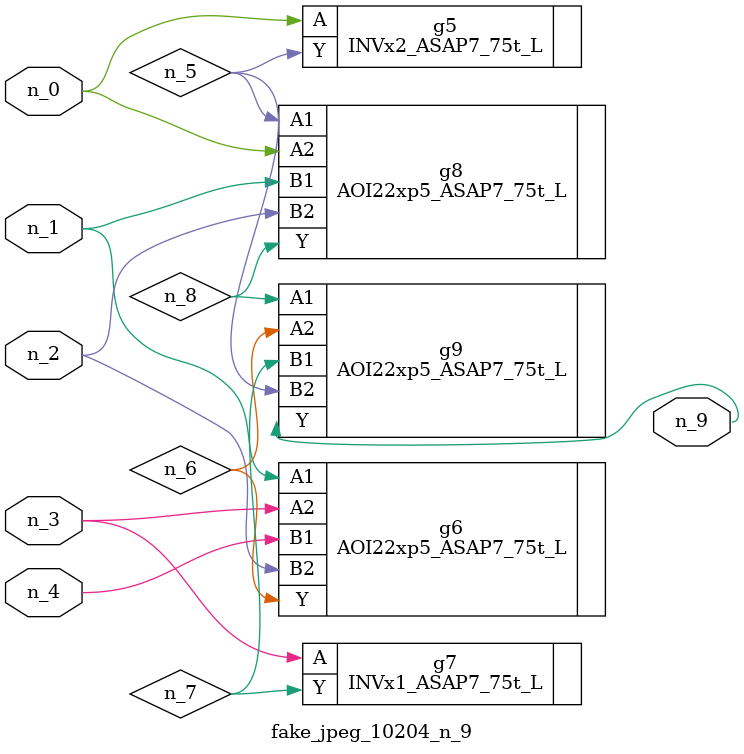
<source format=v>
module fake_jpeg_10204_n_9 (n_3, n_2, n_1, n_0, n_4, n_9);

input n_3;
input n_2;
input n_1;
input n_0;
input n_4;

output n_9;

wire n_8;
wire n_6;
wire n_5;
wire n_7;

INVx2_ASAP7_75t_L g5 ( 
.A(n_0),
.Y(n_5)
);

AOI22xp5_ASAP7_75t_L g6 ( 
.A1(n_1),
.A2(n_3),
.B1(n_4),
.B2(n_2),
.Y(n_6)
);

INVx1_ASAP7_75t_L g7 ( 
.A(n_3),
.Y(n_7)
);

AOI22xp5_ASAP7_75t_L g8 ( 
.A1(n_5),
.A2(n_0),
.B1(n_1),
.B2(n_2),
.Y(n_8)
);

AOI22xp5_ASAP7_75t_L g9 ( 
.A1(n_8),
.A2(n_6),
.B1(n_7),
.B2(n_5),
.Y(n_9)
);


endmodule
</source>
